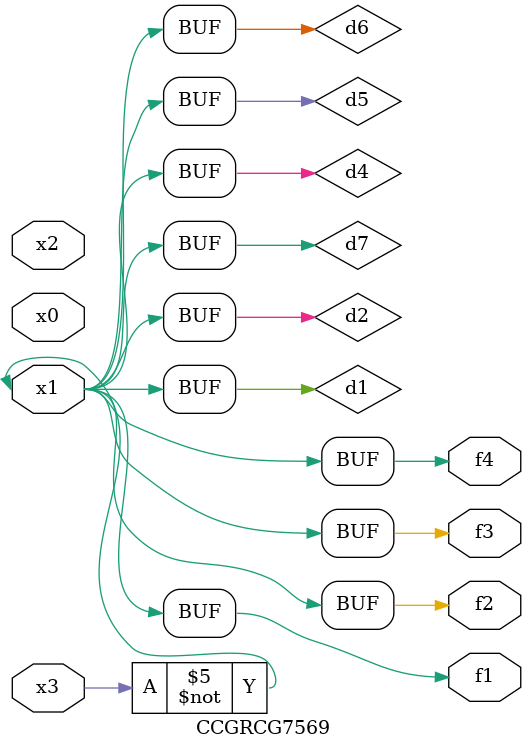
<source format=v>
module CCGRCG7569(
	input x0, x1, x2, x3,
	output f1, f2, f3, f4
);

	wire d1, d2, d3, d4, d5, d6, d7;

	not (d1, x3);
	buf (d2, x1);
	xnor (d3, d1, d2);
	nor (d4, d1);
	buf (d5, d1, d2);
	buf (d6, d4, d5);
	nand (d7, d4);
	assign f1 = d6;
	assign f2 = d7;
	assign f3 = d6;
	assign f4 = d6;
endmodule

</source>
